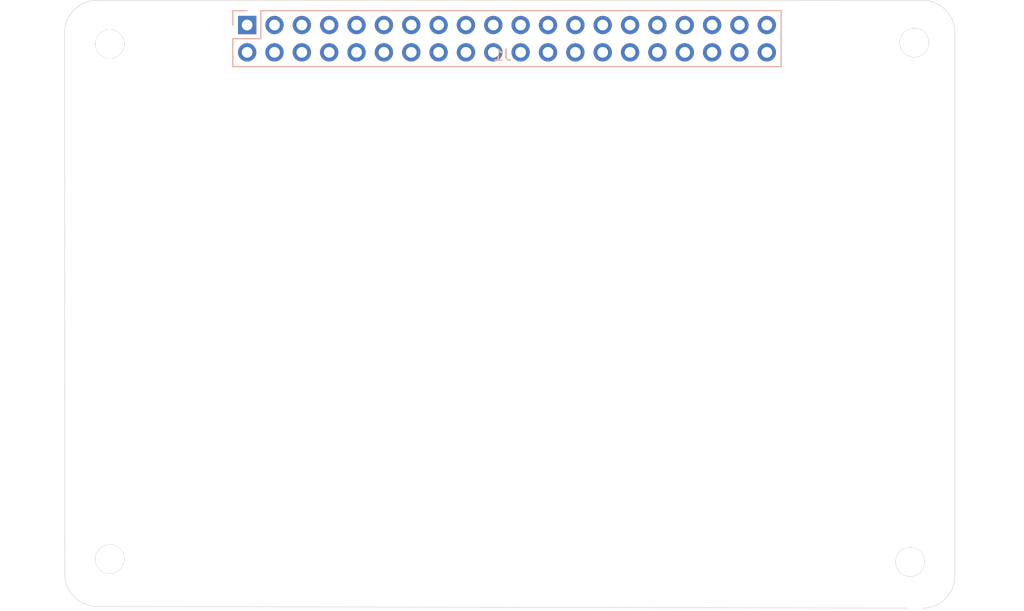
<source format=kicad_pcb>
(kicad_pcb (version 20211014) (generator pcbnew)
  (layers (0 "F.Cu" signal) (31 "B.Cu" signal) (34 "B.Paste" user) (35 "F.Paste" user) (36 "B.SilkS" user "B.Silkscreen") (37 "F.SilkS" user "F.Silkscreen") (38 "B.Mask" user) (39 "F.Mask" user) (44 "Edge.Cuts" user))
  (net 0 "")
  (net 1 "Net-(J1-Pad1)")
  (net 2 "Net-(J1-Pad2)")
  (net 3 "Net-(J1-Pad3)")
  (net 4 "Net-(J1-Pad4)")
  (net 5 "Net-(J1-Pad5)")
  (net 6 "Net-(J1-Pad6)")
  (net 7 "Net-(J1-Pad7)")
  (net 8 "Net-(J1-Pad8)")
  (net 9 "Net-(J1-Pad9)")
  (net 10 "Net-(J1-Pad10)")
  (net 11 "Net-(J1-Pad11)")
  (net 12 "Net-(J1-Pad12)")
  (net 13 "Net-(J1-Pad13)")
  (net 14 "Net-(J1-Pad14)")
  (net 15 "Net-(J1-Pad15)")
  (net 16 "Net-(J1-Pad16)")
  (net 17 "Net-(J1-Pad17)")
  (net 18 "Net-(J1-Pad18)")
  (net 19 "Net-(J1-Pad19)")
  (net 20 "Net-(J1-Pad20)")
  (net 21 "Net-(J1-Pad21)")
  (net 22 "Net-(J1-Pad22)")
  (net 23 "Net-(J1-Pad23)")
  (net 24 "Net-(J1-Pad24)")
  (net 25 "Net-(J1-Pad25)")
  (net 26 "Net-(J1-Pad26)")
  (net 27 "Net-(J1-Pad27)")
  (net 28 "Net-(J1-Pad28)")
  (net 29 "Net-(J1-Pad29)")
  (net 30 "Net-(J1-Pad30)")
  (net 31 "Net-(J1-Pad31)")
  (net 32 "Net-(J1-Pad32)")
  (net 33 "Net-(J1-Pad33)")
  (net 34 "Net-(J1-Pad34)")
  (net 35 "Net-(J1-Pad35)")
  (net 36 "Net-(J1-Pad36)")
  (net 37 "Net-(J1-Pad37)")
  (net 38 "Net-(J1-Pad38)")
  (net 39 "Net-(J1-Pad39)")
  (net 40 "Net-(J1-Pad40)")
  (footprint "MountingHole:MountingHole_2.7mm_M2.5" (layer "F.Cu") (at 72.644 107.442)
    (fp_text reference "REF**" hide)
    (fp_text value "MountingHole_2.7mm_M2.5")
    (pad "1" thru_hole circle locked (at 0 0) (size 2.7 2.7) (drill 2.7) (layers *.Cu *.Mask))
  )
  (footprint "MountingHole:MountingHole_2.7mm_M2.5" (layer "F.Cu") (at 146.97668 107.696)
    (fp_text reference "REF**" hide)
    (fp_text value "MountingHole_2.7mm_M2.5")
    (pad "1" thru_hole circle locked (at 0 0) (size 2.7 2.7) (drill 2.7) (layers *.Cu *.Mask))
  )
  (footprint "MountingHole:MountingHole_2.7mm_M2.5" (layer "F.Cu") (at 147.35768 59.436)
    (fp_text reference "REF**" hide)
    (fp_text value "MountingHole_2.7mm_M2.5")
    (pad "1" thru_hole circle locked (at 0 0) (size 2.7 2.7) (drill 2.7) (layers *.Cu *.Mask))
  )
  (footprint "MountingHole:MountingHole_2.7mm_M2.5" (layer "F.Cu") (at 72.644 59.563)
    (fp_text reference "REF**" hide)
    (fp_text value "MountingHole_2.7mm_M2.5")
    (pad "1" thru_hole circle locked (at 0 0) (size 2.7 2.7) (drill 2.7) (layers *.Cu *.Mask))
  )
  (footprint "pihat:ESQ-120-14-T-D" (layer "B.Cu") (at 85.4 57.8 -90)
    (fp_text reference "J1" (at 2.8 -23.7) (layer "B.SilkS") (effects (justify mirror)))
    (fp_text value "Raspberry_Pi_2_3")
    (fp_line (start -1.33 -1.27) (end 1.27 -1.27) (layer "B.SilkS") (width 0.12))
    (fp_line (start 1.27 -1.27) (end 1.27 1.33) (layer "B.SilkS") (width 0.12))
    (fp_line (start -1.33 -1.27) (end -1.33 -49.59) (layer "B.SilkS") (width 0.12))
    (fp_line (start 1.27 1.33) (end 3.87 1.33) (layer "B.SilkS") (width 0.12))
    (fp_line (start -1.33 -49.59) (end 3.87 -49.59) (layer "B.SilkS") (width 0.12))
    (fp_line (start -1.33 0) (end -1.33 1.33) (layer "B.SilkS") (width 0.12))
    (fp_line (start -1.33 1.33) (end 0 1.33) (layer "B.SilkS") (width 0.12))
    (fp_line (start 3.87 1.33) (end 3.87 -49.59) (layer "B.SilkS") (width 0.12))
    (pad "1" thru_hole rect locked (at 0 0 270) (size 1.7 1.7) (drill 1) (layers *.Cu *.Mask) (net 1 "Net-(J1-Pad1)"))
    (pad "2" thru_hole oval locked (at 2.54 0 270) (size 1.7 1.7) (drill 1) (layers *.Cu *.Mask) (net 2 "Net-(J1-Pad2)"))
    (pad "3" thru_hole oval locked (at 0 -2.54 270) (size 1.7 1.7) (drill 1) (layers *.Cu *.Mask) (net 3 "Net-(J1-Pad3)"))
    (pad "4" thru_hole oval locked (at 2.54 -2.54 270) (size 1.7 1.7) (drill 1) (layers *.Cu *.Mask) (net 4 "Net-(J1-Pad4)"))
    (pad "5" thru_hole oval locked (at 0 -5.08 270) (size 1.7 1.7) (drill 1) (layers *.Cu *.Mask) (net 5 "Net-(J1-Pad5)"))
    (pad "6" thru_hole oval locked (at 2.54 -5.08 270) (size 1.7 1.7) (drill 1) (layers *.Cu *.Mask) (net 6 "Net-(J1-Pad6)"))
    (pad "7" thru_hole oval locked (at 0 -7.62 270) (size 1.7 1.7) (drill 1) (layers *.Cu *.Mask) (net 7 "Net-(J1-Pad7)"))
    (pad "8" thru_hole oval locked (at 2.54 -7.62 270) (size 1.7 1.7) (drill 1) (layers *.Cu *.Mask) (net 8 "Net-(J1-Pad8)"))
    (pad "9" thru_hole oval locked (at 0 -10.16 270) (size 1.7 1.7) (drill 1) (layers *.Cu *.Mask) (net 9 "Net-(J1-Pad9)"))
    (pad "10" thru_hole oval locked (at 2.54 -10.16 270) (size 1.7 1.7) (drill 1) (layers *.Cu *.Mask) (net 10 "Net-(J1-Pad10)"))
    (pad "11" thru_hole oval locked (at 0 -12.7 270) (size 1.7 1.7) (drill 1) (layers *.Cu *.Mask) (net 11 "Net-(J1-Pad11)"))
    (pad "12" thru_hole oval locked (at 2.54 -12.7 270) (size 1.7 1.7) (drill 1) (layers *.Cu *.Mask) (net 12 "Net-(J1-Pad12)"))
    (pad "13" thru_hole oval locked (at 0 -15.24 270) (size 1.7 1.7) (drill 1) (layers *.Cu *.Mask) (net 13 "Net-(J1-Pad13)"))
    (pad "14" thru_hole oval locked (at 2.54 -15.24 270) (size 1.7 1.7) (drill 1) (layers *.Cu *.Mask) (net 14 "Net-(J1-Pad14)"))
    (pad "15" thru_hole oval locked (at 0 -17.78 270) (size 1.7 1.7) (drill 1) (layers *.Cu *.Mask) (net 15 "Net-(J1-Pad15)"))
    (pad "16" thru_hole oval locked (at 2.54 -17.78 270) (size 1.7 1.7) (drill 1) (layers *.Cu *.Mask) (net 16 "Net-(J1-Pad16)"))
    (pad "17" thru_hole oval locked (at 0 -20.32 270) (size 1.7 1.7) (drill 1) (layers *.Cu *.Mask) (net 17 "Net-(J1-Pad17)"))
    (pad "18" thru_hole oval locked (at 2.54 -20.32 270) (size 1.7 1.7) (drill 1) (layers *.Cu *.Mask) (net 18 "Net-(J1-Pad18)"))
    (pad "19" thru_hole oval locked (at 0 -22.86 270) (size 1.7 1.7) (drill 1) (layers *.Cu *.Mask) (net 19 "Net-(J1-Pad19)"))
    (pad "20" thru_hole oval locked (at 2.54 -22.86 270) (size 1.7 1.7) (drill 1) (layers *.Cu *.Mask) (net 20 "Net-(J1-Pad20)"))
    (pad "21" thru_hole oval locked (at 0 -25.4 270) (size 1.7 1.7) (drill 1) (layers *.Cu *.Mask) (net 21 "Net-(J1-Pad21)"))
    (pad "22" thru_hole oval locked (at 2.54 -25.4 270) (size 1.7 1.7) (drill 1) (layers *.Cu *.Mask) (net 22 "Net-(J1-Pad22)"))
    (pad "23" thru_hole oval locked (at 0 -27.94 270) (size 1.7 1.7) (drill 1) (layers *.Cu *.Mask) (net 23 "Net-(J1-Pad23)"))
    (pad "24" thru_hole oval locked (at 2.54 -27.94 270) (size 1.7 1.7) (drill 1) (layers *.Cu *.Mask) (net 24 "Net-(J1-Pad24)"))
    (pad "25" thru_hole oval locked (at 0 -30.48 270) (size 1.7 1.7) (drill 1) (layers *.Cu *.Mask) (net 25 "Net-(J1-Pad25)"))
    (pad "26" thru_hole oval locked (at 2.54 -30.48 270) (size 1.7 1.7) (drill 1) (layers *.Cu *.Mask) (net 26 "Net-(J1-Pad26)"))
    (pad "27" thru_hole oval locked (at 0 -33.02 270) (size 1.7 1.7) (drill 1) (layers *.Cu *.Mask) (net 27 "Net-(J1-Pad27)"))
    (pad "28" thru_hole oval locked (at 2.54 -33.02 270) (size 1.7 1.7) (drill 1) (layers *.Cu *.Mask) (net 28 "Net-(J1-Pad28)"))
    (pad "29" thru_hole oval locked (at 0 -35.56 270) (size 1.7 1.7) (drill 1) (layers *.Cu *.Mask) (net 29 "Net-(J1-Pad29)"))
    (pad "30" thru_hole oval locked (at 2.54 -35.56 270) (size 1.7 1.7) (drill 1) (layers *.Cu *.Mask) (net 30 "Net-(J1-Pad30)"))
    (pad "31" thru_hole oval locked (at 0 -38.1 270) (size 1.7 1.7) (drill 1) (layers *.Cu *.Mask) (net 31 "Net-(J1-Pad31)"))
    (pad "32" thru_hole oval locked (at 2.54 -38.1 270) (size 1.7 1.7) (drill 1) (layers *.Cu *.Mask) (net 32 "Net-(J1-Pad32)"))
    (pad "33" thru_hole oval locked (at 0 -40.64 270) (size 1.7 1.7) (drill 1) (layers *.Cu *.Mask) (net 33 "Net-(J1-Pad33)"))
    (pad "34" thru_hole oval locked (at 2.54 -40.64 270) (size 1.7 1.7) (drill 1) (layers *.Cu *.Mask) (net 34 "Net-(J1-Pad34)"))
    (pad "35" thru_hole oval locked (at 0 -43.18 270) (size 1.7 1.7) (drill 1) (layers *.Cu *.Mask) (net 35 "Net-(J1-Pad35)"))
    (pad "36" thru_hole oval locked (at 2.54 -43.18 270) (size 1.7 1.7) (drill 1) (layers *.Cu *.Mask) (net 36 "Net-(J1-Pad36)"))
    (pad "37" thru_hole oval locked (at 0 -45.72 270) (size 1.7 1.7) (drill 1) (layers *.Cu *.Mask) (net 37 "Net-(J1-Pad37)"))
    (pad "38" thru_hole oval locked (at 2.54 -45.72 270) (size 1.7 1.7) (drill 1) (layers *.Cu *.Mask) (net 38 "Net-(J1-Pad38)"))
    (pad "39" thru_hole oval locked (at 0 -48.26 270) (size 1.7 1.7) (drill 1) (layers *.Cu *.Mask) (net 39 "Net-(J1-Pad39)"))
    (pad "40" thru_hole oval locked (at 2.54 -48.26 270) (size 1.7 1.7) (drill 1) (layers *.Cu *.Mask) (net 40 "Net-(J1-Pad40)"))
  )
  (gr_line (start 71.46332 111.839) (end 146.685 111.999) (layer "Edge.Cuts") (width 0.05))
  (gr_line (start 71.453 55.50932) (end 148.11968 55.499) (layer "Edge.Cuts") (width 0.05))
  (gr_arc (start 148.11968 55.499) (mid 150.241 56.37768) (end 151.11968 58.499) (layer "Edge.Cuts") (width 0.05))
  (gr_arc (start 68.453 58.50932) (mid 69.33168 56.388) (end 71.453 55.50932) (layer "Edge.Cuts") (width 0.05))
  (gr_line (start 68.46332 108.839) (end 68.453 58.50932) (layer "Edge.Cuts") (width 0.05))
  (gr_line (start 151.11968 108.999) (end 151.11968 58.499) (layer "Edge.Cuts") (width 0.05))
  (gr_arc (start 151.11968 108.999) (mid 150.241 111.12032) (end 148.11968 111.999) (layer "Edge.Cuts") (width 0.05))
  (gr_arc (start 71.46332 111.839) (mid 69.342 110.96032) (end 68.46332 108.839) (layer "Edge.Cuts") (width 0.05))
)
</source>
